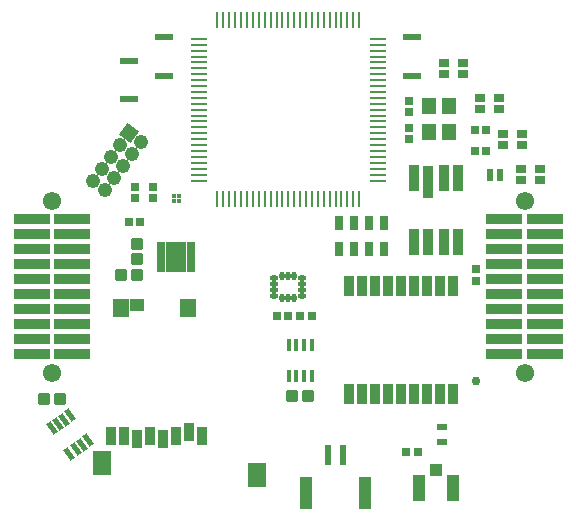
<source format=gts>
G04*
G04 #@! TF.GenerationSoftware,Altium Limited,Altium Designer,24.4.1 (13)*
G04*
G04 Layer_Color=8388736*
%FSLAX44Y44*%
%MOMM*%
G71*
G04*
G04 #@! TF.SameCoordinates,55532D4A-085B-46E5-86D8-018E79720E20*
G04*
G04*
G04 #@! TF.FilePolarity,Negative*
G04*
G01*
G75*
%ADD19R,1.0000X2.7000*%
%ADD20R,0.6000X1.7000*%
%ADD22R,0.7154X0.6725*%
%ADD23R,0.4500X1.1000*%
G04:AMPARAMS|DCode=24|XSize=1.1mm|YSize=0.45mm|CornerRadius=0mm|HoleSize=0mm|Usage=FLASHONLY|Rotation=125.000|XOffset=0mm|YOffset=0mm|HoleType=Round|Shape=Rectangle|*
%AMROTATEDRECTD24*
4,1,4,0.4998,-0.3215,0.1312,-0.5796,-0.4998,0.3215,-0.1312,0.5796,0.4998,-0.3215,0.0*
%
%ADD24ROTATEDRECTD24*%

%ADD25R,1.2000X1.4000*%
%ADD26R,0.6725X0.7154*%
%ADD27R,0.5750X1.1400*%
%ADD30R,0.9000X2.2500*%
%ADD31R,0.9000X2.8000*%
G04:AMPARAMS|DCode=36|XSize=0.2125mm|YSize=1.3552mm|CornerRadius=0.1062mm|HoleSize=0mm|Usage=FLASHONLY|Rotation=180.000|XOffset=0mm|YOffset=0mm|HoleType=Round|Shape=RoundedRectangle|*
%AMROUNDEDRECTD36*
21,1,0.2125,1.1428,0,0,180.0*
21,1,0.0000,1.3552,0,0,180.0*
1,1,0.2125,0.0000,0.5714*
1,1,0.2125,0.0000,0.5714*
1,1,0.2125,0.0000,-0.5714*
1,1,0.2125,0.0000,-0.5714*
%
%ADD36ROUNDEDRECTD36*%
G04:AMPARAMS|DCode=37|XSize=1.3552mm|YSize=0.2125mm|CornerRadius=0.1062mm|HoleSize=0mm|Usage=FLASHONLY|Rotation=180.000|XOffset=0mm|YOffset=0mm|HoleType=Round|Shape=RoundedRectangle|*
%AMROUNDEDRECTD37*
21,1,1.3552,0.0000,0,0,180.0*
21,1,1.1428,0.2125,0,0,180.0*
1,1,0.2125,-0.5714,0.0000*
1,1,0.2125,0.5714,0.0000*
1,1,0.2125,0.5714,0.0000*
1,1,0.2125,-0.5714,0.0000*
%
%ADD37ROUNDEDRECTD37*%
%ADD38R,1.3552X0.2125*%
%ADD46R,0.8500X0.6250*%
%ADD47R,1.5000X0.5500*%
%ADD49R,0.7000X0.5000*%
%ADD50R,1.7700X2.5500*%
G04:AMPARAMS|DCode=51|XSize=1.1mm|YSize=0.95mm|CornerRadius=0.175mm|HoleSize=0mm|Usage=FLASHONLY|Rotation=90.000|XOffset=0mm|YOffset=0mm|HoleType=Round|Shape=RoundedRectangle|*
%AMROUNDEDRECTD51*
21,1,1.1000,0.6000,0,0,90.0*
21,1,0.7500,0.9500,0,0,90.0*
1,1,0.3500,0.3000,0.3750*
1,1,0.3500,0.3000,-0.3750*
1,1,0.3500,-0.3000,-0.3750*
1,1,0.3500,-0.3000,0.3750*
%
%ADD51ROUNDEDRECTD51*%
%ADD52R,0.8000X0.8000*%
%ADD53R,3.0700X0.8900*%
%ADD54R,0.9500X1.6500*%
%ADD55R,1.4500X1.5500*%
%ADD56R,1.1500X1.1000*%
%ADD57R,1.5500X2.0500*%
%ADD58R,0.9500X1.7000*%
%ADD59R,1.0500X2.2000*%
%ADD60R,1.0000X1.0500*%
%ADD61C,0.7500*%
%ADD62R,0.8000X0.8000*%
G04:AMPARAMS|DCode=63|XSize=1.1mm|YSize=0.95mm|CornerRadius=0.175mm|HoleSize=0mm|Usage=FLASHONLY|Rotation=0.000|XOffset=0mm|YOffset=0mm|HoleType=Round|Shape=RoundedRectangle|*
%AMROUNDEDRECTD63*
21,1,1.1000,0.6000,0,0,0.0*
21,1,0.7500,0.9500,0,0,0.0*
1,1,0.3500,0.3750,-0.3000*
1,1,0.3500,-0.3750,-0.3000*
1,1,0.3500,-0.3750,0.3000*
1,1,0.3500,0.3750,0.3000*
%
%ADD63ROUNDEDRECTD63*%
%ADD64R,0.9500X0.6500*%
%ADD65C,0.3800*%
%ADD66O,0.7000X0.5000*%
%ADD67O,0.5000X0.7000*%
%ADD68R,0.7500X1.2500*%
%ADD69C,1.5500*%
%ADD70C,1.2100*%
%ADD71P,1.7112X4X98.0*%
D19*
X15250Y-174250D02*
D03*
X64750D02*
D03*
D20*
X33750Y-142250D02*
D03*
X46250D02*
D03*
D22*
X157714Y115000D02*
D03*
X167286D02*
D03*
X157714Y132500D02*
D03*
X167286D02*
D03*
X-134786Y55000D02*
D03*
X-125214D02*
D03*
X10214Y-25000D02*
D03*
X19786D02*
D03*
X-214D02*
D03*
X-9786D02*
D03*
D23*
X19750Y-75500D02*
D03*
X13250D02*
D03*
X6750D02*
D03*
X250D02*
D03*
Y-49500D02*
D03*
X6750D02*
D03*
X13250D02*
D03*
X19750D02*
D03*
D24*
X-200443Y-119943D02*
D03*
X-195119Y-116215D02*
D03*
X-189794Y-112487D02*
D03*
X-184470Y-108759D02*
D03*
X-169557Y-130057D02*
D03*
X-174881Y-133785D02*
D03*
X-180206Y-137513D02*
D03*
X-185530Y-141241D02*
D03*
D25*
X136000Y153500D02*
D03*
Y131500D02*
D03*
X119000D02*
D03*
Y153500D02*
D03*
D26*
X102500Y125214D02*
D03*
Y134786D02*
D03*
Y157286D02*
D03*
Y147714D02*
D03*
X-115000Y84786D02*
D03*
Y75214D02*
D03*
X-130000Y84786D02*
D03*
Y75214D02*
D03*
D27*
X179125Y95000D02*
D03*
X170875D02*
D03*
D30*
X144000Y91750D02*
D03*
X131500D02*
D03*
X106000D02*
D03*
X144000Y38250D02*
D03*
X131500D02*
D03*
X118500D02*
D03*
X106000D02*
D03*
D31*
X118500Y89000D02*
D03*
D36*
X35000Y74245D02*
D03*
X40000Y74245D02*
D03*
X60000D02*
D03*
X55000Y74245D02*
D03*
X50000Y74245D02*
D03*
X45000Y74245D02*
D03*
X30000Y74245D02*
D03*
X25000Y74245D02*
D03*
X20000Y74245D02*
D03*
X15000Y74245D02*
D03*
X10000Y74245D02*
D03*
X5000D02*
D03*
X-0D02*
D03*
X-5000D02*
D03*
X-10000Y74245D02*
D03*
X-15000D02*
D03*
X-20000Y74245D02*
D03*
X-25000Y74245D02*
D03*
X-30000Y74245D02*
D03*
X-35000Y74245D02*
D03*
X-40000D02*
D03*
X-45000Y74245D02*
D03*
X-50000Y74245D02*
D03*
X-55000Y74245D02*
D03*
X-60000Y74245D02*
D03*
Y225755D02*
D03*
X-55000Y225755D02*
D03*
X-50000Y225755D02*
D03*
X-45000Y225755D02*
D03*
X-40000Y225755D02*
D03*
X-35000Y225755D02*
D03*
X-30000Y225755D02*
D03*
X-25000Y225755D02*
D03*
X-20000Y225755D02*
D03*
X-15000Y225755D02*
D03*
X-10000Y225755D02*
D03*
X-5000D02*
D03*
X0D02*
D03*
X5000D02*
D03*
X10000Y225755D02*
D03*
X15000D02*
D03*
X20000Y225755D02*
D03*
X25000Y225755D02*
D03*
X30000Y225755D02*
D03*
X35000Y225755D02*
D03*
X40000D02*
D03*
X45000Y225755D02*
D03*
X50000Y225755D02*
D03*
X55000Y225755D02*
D03*
X60000Y225755D02*
D03*
D37*
X-75755Y90000D02*
D03*
X-75755Y95000D02*
D03*
X-75755Y100000D02*
D03*
X-75755Y105000D02*
D03*
X-75755Y110000D02*
D03*
X-75755Y115000D02*
D03*
X-75755Y120000D02*
D03*
X-75755Y125000D02*
D03*
X-75755Y130000D02*
D03*
X-75755Y135000D02*
D03*
X-75755Y140000D02*
D03*
Y145000D02*
D03*
Y150000D02*
D03*
Y155000D02*
D03*
X-75755Y160000D02*
D03*
Y165000D02*
D03*
X-75755Y170000D02*
D03*
X-75755Y175000D02*
D03*
X-75755Y180000D02*
D03*
X-75755Y185000D02*
D03*
Y190000D02*
D03*
X-75755Y195000D02*
D03*
X-75755Y200000D02*
D03*
X-75755Y205000D02*
D03*
X-75755Y210000D02*
D03*
X75755D02*
D03*
X75755Y205000D02*
D03*
X75755Y200000D02*
D03*
X75755Y195000D02*
D03*
X75755Y190000D02*
D03*
X75755Y185000D02*
D03*
X75755Y180000D02*
D03*
X75755Y175000D02*
D03*
X75755Y170000D02*
D03*
X75755Y165000D02*
D03*
X75755Y160000D02*
D03*
Y155000D02*
D03*
Y150000D02*
D03*
Y145000D02*
D03*
X75755Y140000D02*
D03*
Y135000D02*
D03*
X75755Y130000D02*
D03*
X75755Y125000D02*
D03*
X75755Y120000D02*
D03*
X75755Y115000D02*
D03*
Y110000D02*
D03*
X75755Y105000D02*
D03*
X75755Y100000D02*
D03*
X75755Y95000D02*
D03*
D38*
X75755Y90000D02*
D03*
D46*
X130000Y-118375D02*
D03*
Y-131625D02*
D03*
D47*
X-105000Y211250D02*
D03*
Y178750D02*
D03*
X-135000Y158750D02*
D03*
Y191250D02*
D03*
X105000Y178750D02*
D03*
Y211250D02*
D03*
D49*
X-107850Y35000D02*
D03*
Y30000D02*
D03*
Y25000D02*
D03*
Y20000D02*
D03*
Y15000D02*
D03*
X-82150Y35000D02*
D03*
Y30000D02*
D03*
Y25000D02*
D03*
Y20000D02*
D03*
Y15000D02*
D03*
D50*
X-95000Y25000D02*
D03*
D51*
X-128500Y10000D02*
D03*
X-141500D02*
D03*
X16500Y-92500D02*
D03*
X3500D02*
D03*
X-206500Y-95000D02*
D03*
X-193500D02*
D03*
D52*
X110000Y-140000D02*
D03*
X100000D02*
D03*
D53*
X217150Y-57150D02*
D03*
X182850D02*
D03*
X217150Y-44450D02*
D03*
X182850D02*
D03*
X217150Y-31750D02*
D03*
X182850D02*
D03*
X217150Y-19050D02*
D03*
X182850D02*
D03*
X217150Y-6350D02*
D03*
X182850D02*
D03*
X217150Y6350D02*
D03*
X182850D02*
D03*
X217150Y19050D02*
D03*
X182850D02*
D03*
X217150Y31750D02*
D03*
X182850D02*
D03*
X217150Y44450D02*
D03*
X182850D02*
D03*
X217150Y57150D02*
D03*
X182850D02*
D03*
X-182850Y-57150D02*
D03*
X-217150D02*
D03*
X-182850Y-44450D02*
D03*
X-217150D02*
D03*
X-182850Y-31750D02*
D03*
X-217150D02*
D03*
X-182850Y-19050D02*
D03*
X-217150D02*
D03*
X-182850Y-6350D02*
D03*
X-217150D02*
D03*
X-182850Y6350D02*
D03*
X-217150D02*
D03*
X-182850Y19050D02*
D03*
X-217150D02*
D03*
X-182850Y31750D02*
D03*
X-217150D02*
D03*
X-182850Y44450D02*
D03*
X-217150D02*
D03*
X-182850Y57150D02*
D03*
X-217150D02*
D03*
D54*
X-150100Y-126600D02*
D03*
X-139100D02*
D03*
X-128100Y-128600D02*
D03*
X-117100Y-126600D02*
D03*
X-106100Y-128600D02*
D03*
X-95100Y-126600D02*
D03*
X-84100Y-122600D02*
D03*
X-73100Y-126600D02*
D03*
D55*
X-142000Y-18000D02*
D03*
X-85000D02*
D03*
D56*
X-128100Y-15750D02*
D03*
D57*
X-158000Y-149500D02*
D03*
X-26500Y-159500D02*
D03*
D58*
X139000Y1000D02*
D03*
X128000D02*
D03*
X117000D02*
D03*
X106000D02*
D03*
X95000D02*
D03*
X84000D02*
D03*
X73000D02*
D03*
X62000D02*
D03*
X51000D02*
D03*
X139000Y-91000D02*
D03*
X128000D02*
D03*
X117000D02*
D03*
X106000D02*
D03*
X95000D02*
D03*
X84000D02*
D03*
X73000D02*
D03*
X62000D02*
D03*
X51000D02*
D03*
D59*
X139750Y-170000D02*
D03*
X110250D02*
D03*
D60*
X125000Y-154750D02*
D03*
D61*
X158500Y-80000D02*
D03*
D62*
X158500Y5000D02*
D03*
Y15000D02*
D03*
D63*
X-127850Y36500D02*
D03*
Y23500D02*
D03*
D64*
X213000Y90500D02*
D03*
X197000D02*
D03*
X213000Y99500D02*
D03*
X197000D02*
D03*
X132000Y189500D02*
D03*
X148000D02*
D03*
X132000Y180500D02*
D03*
X148000D02*
D03*
X162000Y159500D02*
D03*
X178000D02*
D03*
X162000Y150500D02*
D03*
X178000D02*
D03*
X182000Y129500D02*
D03*
X198000D02*
D03*
X182000Y120500D02*
D03*
X198000D02*
D03*
D65*
X-97000Y77000D02*
D03*
X-93000D02*
D03*
X-97000Y73000D02*
D03*
X-93000D02*
D03*
D66*
X-11750Y7500D02*
D03*
Y2500D02*
D03*
Y-2500D02*
D03*
Y-7500D02*
D03*
X11750D02*
D03*
Y-2500D02*
D03*
Y2500D02*
D03*
Y7500D02*
D03*
D67*
X-5000Y-9250D02*
D03*
X0D02*
D03*
X5000D02*
D03*
Y9250D02*
D03*
X0D02*
D03*
X-5000D02*
D03*
D68*
X80750Y54000D02*
D03*
Y32000D02*
D03*
X68250D02*
D03*
Y54000D02*
D03*
X55750D02*
D03*
Y32000D02*
D03*
X43250Y54000D02*
D03*
Y32000D02*
D03*
D69*
X200000Y-73050D02*
D03*
Y73050D02*
D03*
X-200000Y-73050D02*
D03*
Y73050D02*
D03*
X200000Y-73050D02*
D03*
Y73050D02*
D03*
X-200000Y-73050D02*
D03*
Y73050D02*
D03*
D70*
X-155143Y82072D02*
D03*
X-165286Y89715D02*
D03*
X-147500Y92214D02*
D03*
X-157643Y99857D02*
D03*
X-139857Y102357D02*
D03*
X-150000Y110000D02*
D03*
X-132214Y112500D02*
D03*
X-142357Y120143D02*
D03*
X-124571Y122642D02*
D03*
D71*
X-134714Y130285D02*
D03*
M02*

</source>
